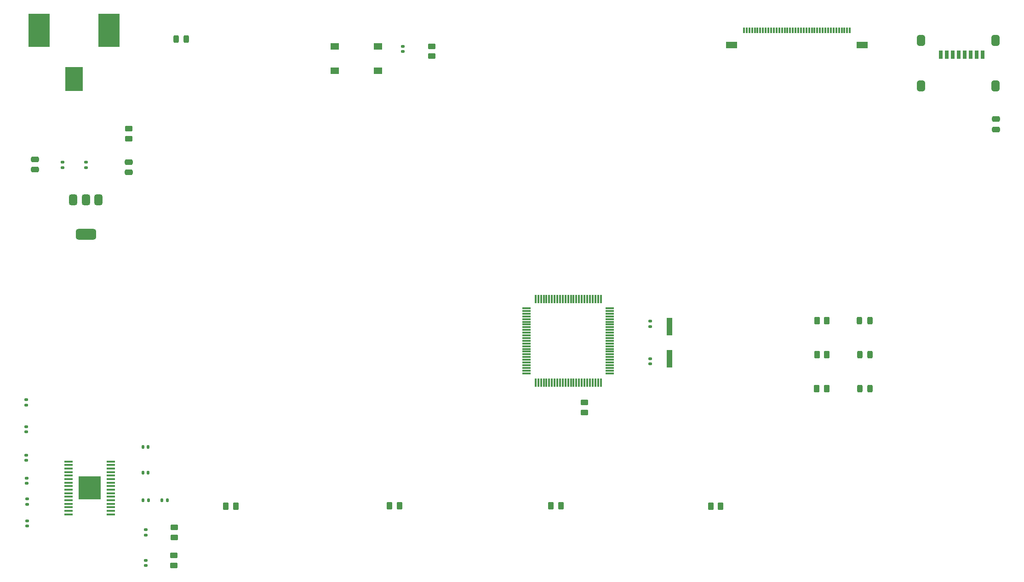
<source format=gtp>
G04 #@! TF.GenerationSoftware,KiCad,Pcbnew,8.0.4*
G04 #@! TF.CreationDate,2024-10-08T15:05:26-04:00*
G04 #@! TF.ProjectId,FULL BOARD,46554c4c-2042-44f4-9152-442e6b696361,rev?*
G04 #@! TF.SameCoordinates,Original*
G04 #@! TF.FileFunction,Paste,Top*
G04 #@! TF.FilePolarity,Positive*
%FSLAX46Y46*%
G04 Gerber Fmt 4.6, Leading zero omitted, Abs format (unit mm)*
G04 Created by KiCad (PCBNEW 8.0.4) date 2024-10-08 15:05:26*
%MOMM*%
%LPD*%
G01*
G04 APERTURE LIST*
G04 Aperture macros list*
%AMRoundRect*
0 Rectangle with rounded corners*
0 $1 Rounding radius*
0 $2 $3 $4 $5 $6 $7 $8 $9 X,Y pos of 4 corners*
0 Add a 4 corners polygon primitive as box body*
4,1,4,$2,$3,$4,$5,$6,$7,$8,$9,$2,$3,0*
0 Add four circle primitives for the rounded corners*
1,1,$1+$1,$2,$3*
1,1,$1+$1,$4,$5*
1,1,$1+$1,$6,$7*
1,1,$1+$1,$8,$9*
0 Add four rect primitives between the rounded corners*
20,1,$1+$1,$2,$3,$4,$5,0*
20,1,$1+$1,$4,$5,$6,$7,0*
20,1,$1+$1,$6,$7,$8,$9,0*
20,1,$1+$1,$8,$9,$2,$3,0*%
G04 Aperture macros list end*
%ADD10RoundRect,0.140000X0.170000X-0.140000X0.170000X0.140000X-0.170000X0.140000X-0.170000X-0.140000X0*%
%ADD11R,1.041400X3.200400*%
%ADD12RoundRect,0.250000X-0.450000X0.262500X-0.450000X-0.262500X0.450000X-0.262500X0.450000X0.262500X0*%
%ADD13RoundRect,0.140000X0.140000X0.170000X-0.140000X0.170000X-0.140000X-0.170000X0.140000X-0.170000X0*%
%ADD14R,1.599999X0.449999*%
%ADD15R,4.110000X4.359999*%
%ADD16RoundRect,0.250000X-0.475000X0.250000X-0.475000X-0.250000X0.475000X-0.250000X0.475000X0.250000X0*%
%ADD17RoundRect,0.243750X0.243750X0.456250X-0.243750X0.456250X-0.243750X-0.456250X0.243750X-0.456250X0*%
%ADD18RoundRect,0.140000X-0.170000X0.140000X-0.170000X-0.140000X0.170000X-0.140000X0.170000X0.140000X0*%
%ADD19RoundRect,0.243750X-0.243750X-0.456250X0.243750X-0.456250X0.243750X0.456250X-0.243750X0.456250X0*%
%ADD20R,3.302000X4.394200*%
%ADD21R,3.911600X6.197600*%
%ADD22RoundRect,0.250000X0.475000X-0.250000X0.475000X0.250000X-0.475000X0.250000X-0.475000X-0.250000X0*%
%ADD23RoundRect,0.140000X-0.140000X-0.170000X0.140000X-0.170000X0.140000X0.170000X-0.140000X0.170000X0*%
%ADD24RoundRect,0.250000X-0.262500X-0.450000X0.262500X-0.450000X0.262500X0.450000X-0.262500X0.450000X0*%
%ADD25RoundRect,0.250000X0.262500X0.450000X-0.262500X0.450000X-0.262500X-0.450000X0.262500X-0.450000X0*%
%ADD26RoundRect,0.250000X0.450000X-0.262500X0.450000X0.262500X-0.450000X0.262500X-0.450000X-0.262500X0*%
%ADD27RoundRect,0.075000X0.725000X0.075000X-0.725000X0.075000X-0.725000X-0.075000X0.725000X-0.075000X0*%
%ADD28RoundRect,0.075000X0.075000X0.725000X-0.075000X0.725000X-0.075000X-0.725000X0.075000X-0.725000X0*%
%ADD29R,0.800000X1.500000*%
%ADD30RoundRect,0.362500X-0.362500X-0.637500X0.362500X-0.637500X0.362500X0.637500X-0.362500X0.637500X0*%
%ADD31RoundRect,0.375000X-0.375000X0.625000X-0.375000X-0.625000X0.375000X-0.625000X0.375000X0.625000X0*%
%ADD32RoundRect,0.500000X-1.400000X0.500000X-1.400000X-0.500000X1.400000X-0.500000X1.400000X0.500000X0*%
%ADD33R,1.550000X1.300000*%
%ADD34R,0.300000X1.000000*%
%ADD35R,2.000000X1.300000*%
G04 APERTURE END LIST*
D10*
X96230800Y-142308200D03*
X96230800Y-141348200D03*
D11*
X192711600Y-109789600D03*
X192711600Y-103871400D03*
D12*
X101435200Y-146070000D03*
X101435200Y-147895000D03*
D13*
X100208200Y-135884600D03*
X99248200Y-135884600D03*
D14*
X89819200Y-138494999D03*
X89819200Y-137844998D03*
X89819200Y-137194999D03*
X89819200Y-136544998D03*
X89819200Y-135894999D03*
X89819200Y-135244998D03*
X89819200Y-134594999D03*
X89819200Y-133944998D03*
X89819200Y-133294999D03*
X89819200Y-132644998D03*
X89819200Y-131994999D03*
X89819200Y-131344998D03*
X89819200Y-130695000D03*
X89819200Y-130044998D03*
X89819200Y-129395000D03*
X89819200Y-128744998D03*
X82019200Y-128744998D03*
X82019200Y-129395000D03*
X82019200Y-130044998D03*
X82019200Y-130695000D03*
X82019200Y-131344998D03*
X82019200Y-131994999D03*
X82019200Y-132644998D03*
X82019200Y-133294999D03*
X82019200Y-133944998D03*
X82019200Y-134594999D03*
X82019200Y-135244998D03*
X82019200Y-135894999D03*
X82019200Y-136544998D03*
X82019200Y-137194999D03*
X82019200Y-137844998D03*
X82019200Y-138494999D03*
D15*
X85919200Y-133620000D03*
D16*
X75856900Y-73068800D03*
X75856900Y-74968800D03*
D17*
X229559000Y-102754000D03*
X227684000Y-102754000D03*
D10*
X96228200Y-147919000D03*
X96228200Y-146959000D03*
D18*
X74409600Y-135656000D03*
X74409600Y-136616000D03*
D19*
X101841600Y-50891400D03*
X103716600Y-50891400D03*
D20*
X83021600Y-58238510D03*
D21*
X89477400Y-49294800D03*
X76565800Y-49294800D03*
D22*
X93078100Y-75451400D03*
X93078100Y-73551400D03*
D10*
X189101600Y-103871400D03*
X189101600Y-102911400D03*
D23*
X95700000Y-130779200D03*
X96660000Y-130779200D03*
D24*
X219806500Y-115284000D03*
X221631500Y-115284000D03*
D23*
X95771000Y-135884600D03*
X96731000Y-135884600D03*
D25*
X112799000Y-136954000D03*
X110974000Y-136954000D03*
D17*
X229579000Y-109014000D03*
X227704000Y-109014000D03*
D26*
X148931600Y-54036400D03*
X148931600Y-52211400D03*
D24*
X219819000Y-109024000D03*
X221644000Y-109024000D03*
X219819000Y-102774000D03*
X221644000Y-102774000D03*
D10*
X74358800Y-132780600D03*
X74358800Y-131820600D03*
D12*
X101511400Y-140888400D03*
X101511400Y-142713400D03*
D25*
X172669000Y-136934000D03*
X170844000Y-136934000D03*
D18*
X74206400Y-127578800D03*
X74206400Y-128538800D03*
D27*
X181702000Y-112501000D03*
X181702000Y-112001000D03*
X181702000Y-111501000D03*
X181702000Y-111001000D03*
X181702000Y-110501000D03*
X181702000Y-110001000D03*
X181702000Y-109501000D03*
X181702000Y-109001000D03*
X181702000Y-108501000D03*
X181702000Y-108001000D03*
X181702000Y-107501000D03*
X181702000Y-107001000D03*
X181702000Y-106501000D03*
X181702000Y-106001000D03*
X181702000Y-105501000D03*
X181702000Y-105001000D03*
X181702000Y-104501000D03*
X181702000Y-104001000D03*
X181702000Y-103501000D03*
X181702000Y-103001000D03*
X181702000Y-102501000D03*
X181702000Y-102001000D03*
X181702000Y-101501000D03*
X181702000Y-101001000D03*
X181702000Y-100501000D03*
D28*
X180027000Y-98826000D03*
X179527000Y-98826000D03*
X179027000Y-98826000D03*
X178527000Y-98826000D03*
X178027000Y-98826000D03*
X177527000Y-98826000D03*
X177027000Y-98826000D03*
X176527000Y-98826000D03*
X176027000Y-98826000D03*
X175527000Y-98826000D03*
X175027000Y-98826000D03*
X174527000Y-98826000D03*
X174027000Y-98826000D03*
X173527000Y-98826000D03*
X173027000Y-98826000D03*
X172527000Y-98826000D03*
X172027000Y-98826000D03*
X171527000Y-98826000D03*
X171027000Y-98826000D03*
X170527000Y-98826000D03*
X170027000Y-98826000D03*
X169527000Y-98826000D03*
X169027000Y-98826000D03*
X168527000Y-98826000D03*
X168027000Y-98826000D03*
D27*
X166352000Y-100501000D03*
X166352000Y-101001000D03*
X166352000Y-101501000D03*
X166352000Y-102001000D03*
X166352000Y-102501000D03*
X166352000Y-103001000D03*
X166352000Y-103501000D03*
X166352000Y-104001000D03*
X166352000Y-104501000D03*
X166352000Y-105001000D03*
X166352000Y-105501000D03*
X166352000Y-106001000D03*
X166352000Y-106501000D03*
X166352000Y-107001000D03*
X166352000Y-107501000D03*
X166352000Y-108001000D03*
X166352000Y-108501000D03*
X166352000Y-109001000D03*
X166352000Y-109501000D03*
X166352000Y-110001000D03*
X166352000Y-110501000D03*
X166352000Y-111001000D03*
X166352000Y-111501000D03*
X166352000Y-112001000D03*
X166352000Y-112501000D03*
D28*
X168027000Y-114176000D03*
X168527000Y-114176000D03*
X169027000Y-114176000D03*
X169527000Y-114176000D03*
X170027000Y-114176000D03*
X170527000Y-114176000D03*
X171027000Y-114176000D03*
X171527000Y-114176000D03*
X172027000Y-114176000D03*
X172527000Y-114176000D03*
X173027000Y-114176000D03*
X173527000Y-114176000D03*
X174027000Y-114176000D03*
X174527000Y-114176000D03*
X175027000Y-114176000D03*
X175527000Y-114176000D03*
X176027000Y-114176000D03*
X176527000Y-114176000D03*
X177027000Y-114176000D03*
X177527000Y-114176000D03*
X178027000Y-114176000D03*
X178527000Y-114176000D03*
X179027000Y-114176000D03*
X179527000Y-114176000D03*
X180027000Y-114176000D03*
D29*
X242641600Y-53781400D03*
X243741600Y-53781400D03*
X244841600Y-53781400D03*
X245941600Y-53781400D03*
X247041600Y-53781400D03*
X248141600Y-53781400D03*
X249241600Y-53781400D03*
X250341600Y-53781400D03*
D30*
X238971600Y-51181400D03*
X238971600Y-59481400D03*
X252721600Y-51181400D03*
X252721600Y-59481400D03*
D31*
X87504100Y-80561400D03*
X85204100Y-80561400D03*
D32*
X85204100Y-86861400D03*
D31*
X82904100Y-80561400D03*
D33*
X139021600Y-56751400D03*
X131061600Y-56751400D03*
X139021600Y-52251400D03*
X131061600Y-52251400D03*
D18*
X143597600Y-52211400D03*
X143597600Y-53171400D03*
D10*
X85204100Y-74562200D03*
X85204100Y-73602200D03*
D25*
X142969000Y-136924000D03*
X141144000Y-136924000D03*
D18*
X189111600Y-109791400D03*
X189111600Y-110751400D03*
X80962300Y-73602200D03*
X80962300Y-74562200D03*
D13*
X96657400Y-126054800D03*
X95697400Y-126054800D03*
D34*
X206391576Y-49291401D03*
X206891575Y-49291401D03*
X207391577Y-49291401D03*
X207891576Y-49291401D03*
X208391577Y-49291401D03*
X208891576Y-49291401D03*
X209391575Y-49291401D03*
X209891577Y-49291401D03*
X210391576Y-49291401D03*
X210891575Y-49291401D03*
X211391576Y-49291401D03*
X211891575Y-49291401D03*
X212391577Y-49291401D03*
X212891576Y-49291401D03*
X213391575Y-49291401D03*
X213891576Y-49291401D03*
X214391575Y-49291401D03*
X214891577Y-49291401D03*
X215391576Y-49291401D03*
X215891575Y-49291401D03*
X216391577Y-49291401D03*
X216891575Y-49291401D03*
X217391577Y-49291401D03*
X217891576Y-49291401D03*
X218391575Y-49291401D03*
X218891577Y-49291401D03*
X219391576Y-49291401D03*
X219891577Y-49291401D03*
X220391576Y-49291401D03*
X220891575Y-49291401D03*
X221391577Y-49291401D03*
X221891576Y-49291401D03*
X222391577Y-49291401D03*
X222891576Y-49291401D03*
X223391575Y-49291401D03*
X223891577Y-49291401D03*
X224391576Y-49291401D03*
X224891577Y-49291401D03*
X225391576Y-49291401D03*
X225891575Y-49291401D03*
D35*
X204091596Y-51991400D03*
X228191558Y-51991400D03*
D18*
X74206400Y-122321000D03*
X74206400Y-123281000D03*
D16*
X252761600Y-65651400D03*
X252761600Y-67551400D03*
D17*
X229594000Y-115294000D03*
X227719000Y-115294000D03*
D12*
X93071600Y-67408900D03*
X93071600Y-69233900D03*
D18*
X74206400Y-117370600D03*
X74206400Y-118330600D03*
D25*
X202119000Y-136974000D03*
X200294000Y-136974000D03*
D12*
X177051000Y-117876000D03*
X177051000Y-119701000D03*
D10*
X74435000Y-140629200D03*
X74435000Y-139669200D03*
M02*

</source>
